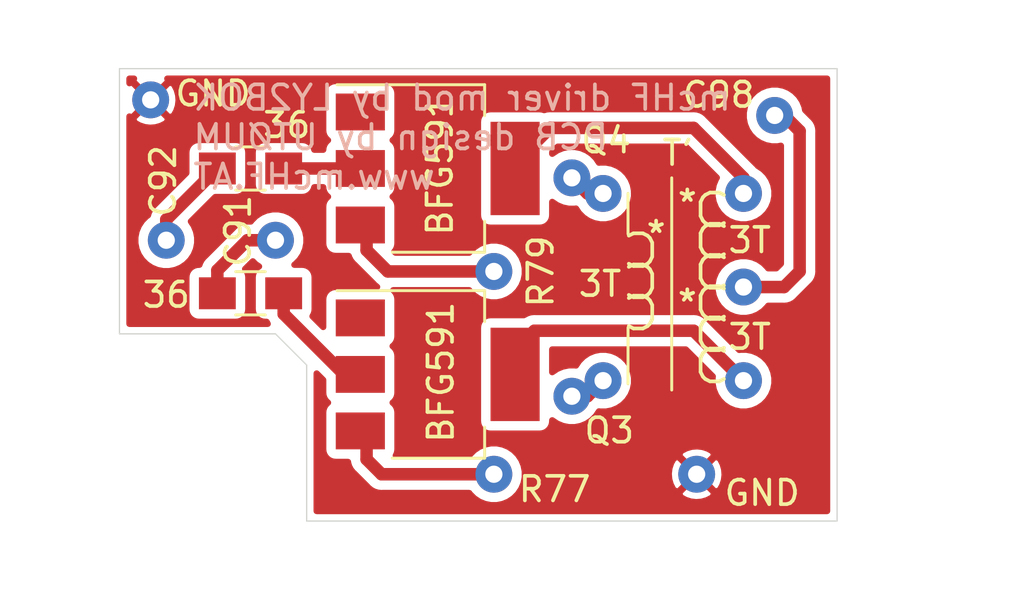
<source format=kicad_pcb>
(kicad_pcb (version 20171130) (host pcbnew "(5.1.5)-3")

  (general
    (thickness 1.6)
    (drawings 25)
    (tracks 33)
    (zones 0)
    (modules 18)
    (nets 13)
  )

  (page A4)
  (layers
    (0 F.Cu signal)
    (31 B.Cu signal)
    (32 B.Adhes user)
    (33 F.Adhes user)
    (34 B.Paste user)
    (35 F.Paste user)
    (36 B.SilkS user)
    (37 F.SilkS user)
    (38 B.Mask user)
    (39 F.Mask user)
    (40 Dwgs.User user)
    (41 Cmts.User user)
    (42 Eco1.User user)
    (43 Eco2.User user)
    (44 Edge.Cuts user)
    (45 Margin user)
    (46 B.CrtYd user)
    (47 F.CrtYd user)
    (48 B.Fab user)
    (49 F.Fab user)
  )

  (setup
    (last_trace_width 0.508)
    (user_trace_width 0.508)
    (trace_clearance 0.381)
    (zone_clearance 0.254)
    (zone_45_only no)
    (trace_min 0.2)
    (via_size 0.8)
    (via_drill 0.4)
    (via_min_size 0.4)
    (via_min_drill 0.3)
    (uvia_size 0.3)
    (uvia_drill 0.1)
    (uvias_allowed no)
    (uvia_min_size 0.2)
    (uvia_min_drill 0.1)
    (edge_width 0.05)
    (segment_width 0.2)
    (pcb_text_width 0.3)
    (pcb_text_size 1.5 1.5)
    (mod_edge_width 0.12)
    (mod_text_size 1 1)
    (mod_text_width 0.15)
    (pad_size 1.5 1.5)
    (pad_drill 0.7)
    (pad_to_mask_clearance 0.051)
    (solder_mask_min_width 0.25)
    (aux_axis_origin 0 0)
    (visible_elements FFFFFF7F)
    (pcbplotparams
      (layerselection 0x010fc_ffffffff)
      (usegerberextensions false)
      (usegerberattributes false)
      (usegerberadvancedattributes false)
      (creategerberjobfile false)
      (excludeedgelayer true)
      (linewidth 0.250000)
      (plotframeref false)
      (viasonmask false)
      (mode 1)
      (useauxorigin false)
      (hpglpennumber 1)
      (hpglpenspeed 20)
      (hpglpendiameter 15.000000)
      (psnegative false)
      (psa4output false)
      (plotreference true)
      (plotvalue true)
      (plotinvisibletext false)
      (padsonsilk false)
      (subtractmaskfromsilk false)
      (outputformat 1)
      (mirror false)
      (drillshape 1)
      (scaleselection 1)
      (outputdirectory ""))
  )

  (net 0 "")
  (net 1 "Net-(J1-Pad1)")
  (net 2 "Net-(J2-Pad1)")
  (net 3 "Net-(J3-Pad1)")
  (net 4 "Net-(J5-Pad1)")
  (net 5 "Net-(J6-Pad1)")
  (net 6 "Net-(J8-Pad1)")
  (net 7 "Net-(J9-Pad1)")
  (net 8 "Net-(J10-Pad1)")
  (net 9 "Net-(J12-Pad1)")
  (net 10 "Net-(Q1-Pad2)")
  (net 11 "Net-(Q2-Pad2)")
  (net 12 Earth)

  (net_class Default "This is the default net class."
    (clearance 0.381)
    (trace_width 0.508)
    (via_dia 0.8)
    (via_drill 0.4)
    (uvia_dia 0.3)
    (uvia_drill 0.1)
    (add_net Earth)
    (add_net "Net-(J1-Pad1)")
    (add_net "Net-(J10-Pad1)")
    (add_net "Net-(J12-Pad1)")
    (add_net "Net-(J2-Pad1)")
    (add_net "Net-(J3-Pad1)")
    (add_net "Net-(J5-Pad1)")
    (add_net "Net-(J6-Pad1)")
    (add_net "Net-(J8-Pad1)")
    (add_net "Net-(J9-Pad1)")
    (add_net "Net-(Q1-Pad2)")
    (add_net "Net-(Q2-Pad2)")
  )

  (module TO_SOT_Packages_SMD:SOT-223 (layer F.Cu) (tedit 5EA4D402) (tstamp 5EA51284)
    (at 139.954 114.046)
    (descr "module CMS SOT223 4 pins")
    (tags "CMS SOT")
    (path /5EA5382B)
    (attr smd)
    (fp_text reference BFG591 (at 0.127 -0.0889 90) (layer F.SilkS)
      (effects (font (size 1 1) (thickness 0.15)))
    )
    (fp_text value BFG591 (at 0 4.5) (layer F.Fab)
      (effects (font (size 1 1) (thickness 0.15)))
    )
    (fp_text user %R (at 0 0 90) (layer F.Fab)
      (effects (font (size 0.8 0.8) (thickness 0.12)))
    )
    (fp_line (start -1.85 -2.3) (end -0.8 -3.35) (layer F.Fab) (width 0.1))
    (fp_line (start 1.91 3.41) (end 1.91 2.15) (layer F.SilkS) (width 0.12))
    (fp_line (start 1.91 -3.41) (end 1.91 -2.15) (layer F.SilkS) (width 0.12))
    (fp_line (start 4.4 -3.6) (end -4.4 -3.6) (layer F.CrtYd) (width 0.05))
    (fp_line (start 4.4 3.6) (end 4.4 -3.6) (layer F.CrtYd) (width 0.05))
    (fp_line (start -4.4 3.6) (end 4.4 3.6) (layer F.CrtYd) (width 0.05))
    (fp_line (start -4.4 -3.6) (end -4.4 3.6) (layer F.CrtYd) (width 0.05))
    (fp_line (start -1.85 -2.3) (end -1.85 3.35) (layer F.Fab) (width 0.1))
    (fp_line (start -1.85 3.41) (end 1.91 3.41) (layer F.SilkS) (width 0.12))
    (fp_line (start -0.8 -3.35) (end 1.85 -3.35) (layer F.Fab) (width 0.1))
    (fp_line (start -4.1 -3.41) (end 1.91 -3.41) (layer F.SilkS) (width 0.12))
    (fp_line (start -1.85 3.35) (end 1.85 3.35) (layer F.Fab) (width 0.1))
    (fp_line (start 1.85 -3.35) (end 1.85 3.35) (layer F.Fab) (width 0.1))
    (pad 4 smd rect (at 3.15 0) (size 2 3.8) (layers F.Cu F.Paste F.Mask)
      (net 7 "Net-(J9-Pad1)"))
    (pad 2 smd rect (at -3.15 0) (size 2 1.5) (layers F.Cu F.Paste F.Mask)
      (net 11 "Net-(Q2-Pad2)"))
    (pad 3 smd rect (at -3.15 2.3) (size 2 1.5) (layers F.Cu F.Paste F.Mask)
      (net 9 "Net-(J12-Pad1)"))
    (pad 1 smd rect (at -3.15 -2.3) (size 2 1.5) (layers F.Cu F.Paste F.Mask))
    (model ${KISYS3DMOD}/TO_SOT_Packages_SMD.3dshapes/SOT-223.wrl
      (at (xyz 0 0 0))
      (scale (xyz 1 1 1))
      (rotate (xyz 0 0 0))
    )
  )

  (module TO_SOT_Packages_SMD:SOT-223 (layer F.Cu) (tedit 5EA4D3E9) (tstamp 5EA5126E)
    (at 139.954 105.664)
    (descr "module CMS SOT223 4 pins")
    (tags "CMS SOT")
    (path /5EA52C2B)
    (attr smd)
    (fp_text reference BFG591 (at 0.0889 -0.1397 90) (layer F.SilkS)
      (effects (font (size 1 1) (thickness 0.15)))
    )
    (fp_text value BFG591 (at 0 4.5) (layer F.Fab)
      (effects (font (size 1 1) (thickness 0.15)))
    )
    (fp_line (start 1.85 -3.35) (end 1.85 3.35) (layer F.Fab) (width 0.1))
    (fp_line (start -1.85 3.35) (end 1.85 3.35) (layer F.Fab) (width 0.1))
    (fp_line (start -4.1 -3.41) (end 1.91 -3.41) (layer F.SilkS) (width 0.12))
    (fp_line (start -0.8 -3.35) (end 1.85 -3.35) (layer F.Fab) (width 0.1))
    (fp_line (start -1.85 3.41) (end 1.91 3.41) (layer F.SilkS) (width 0.12))
    (fp_line (start -1.85 -2.3) (end -1.85 3.35) (layer F.Fab) (width 0.1))
    (fp_line (start -4.4 -3.6) (end -4.4 3.6) (layer F.CrtYd) (width 0.05))
    (fp_line (start -4.4 3.6) (end 4.4 3.6) (layer F.CrtYd) (width 0.05))
    (fp_line (start 4.4 3.6) (end 4.4 -3.6) (layer F.CrtYd) (width 0.05))
    (fp_line (start 4.4 -3.6) (end -4.4 -3.6) (layer F.CrtYd) (width 0.05))
    (fp_line (start 1.91 -3.41) (end 1.91 -2.15) (layer F.SilkS) (width 0.12))
    (fp_line (start 1.91 3.41) (end 1.91 2.15) (layer F.SilkS) (width 0.12))
    (fp_line (start -1.85 -2.3) (end -0.8 -3.35) (layer F.Fab) (width 0.1))
    (fp_text user %R (at 0 0 90) (layer F.Fab)
      (effects (font (size 0.8 0.8) (thickness 0.12)))
    )
    (pad 1 smd rect (at -3.15 -2.3) (size 2 1.5) (layers F.Cu F.Paste F.Mask))
    (pad 3 smd rect (at -3.15 2.3) (size 2 1.5) (layers F.Cu F.Paste F.Mask)
      (net 4 "Net-(J5-Pad1)"))
    (pad 2 smd rect (at -3.15 0) (size 2 1.5) (layers F.Cu F.Paste F.Mask)
      (net 10 "Net-(Q1-Pad2)"))
    (pad 4 smd rect (at 3.15 0) (size 2 3.8) (layers F.Cu F.Paste F.Mask)
      (net 2 "Net-(J2-Pad1)"))
    (model ${KISYS3DMOD}/TO_SOT_Packages_SMD.3dshapes/SOT-223.wrl
      (at (xyz 0 0 0))
      (scale (xyz 1 1 1))
      (rotate (xyz 0 0 0))
    )
  )

  (module Resistors_SMD:R_0805_HandSoldering (layer F.Cu) (tedit 5EA4D3B6) (tstamp 5EA51295)
    (at 132.334 105.664 180)
    (descr "Resistor SMD 0805, hand soldering")
    (tags "resistor 0805")
    (path /5EA546A8)
    (attr smd)
    (fp_text reference 36 (at -1.4732 1.7653 180) (layer F.SilkS)
      (effects (font (size 1 1) (thickness 0.15)))
    )
    (fp_text value R (at 0 1.75 180) (layer F.Fab)
      (effects (font (size 1 1) (thickness 0.15)))
    )
    (fp_line (start 2.35 0.9) (end -2.35 0.9) (layer F.CrtYd) (width 0.05))
    (fp_line (start 2.35 0.9) (end 2.35 -0.9) (layer F.CrtYd) (width 0.05))
    (fp_line (start -2.35 -0.9) (end -2.35 0.9) (layer F.CrtYd) (width 0.05))
    (fp_line (start -2.35 -0.9) (end 2.35 -0.9) (layer F.CrtYd) (width 0.05))
    (fp_line (start -0.6 -0.88) (end 0.6 -0.88) (layer F.SilkS) (width 0.12))
    (fp_line (start 0.6 0.88) (end -0.6 0.88) (layer F.SilkS) (width 0.12))
    (fp_line (start -1 -0.62) (end 1 -0.62) (layer F.Fab) (width 0.1))
    (fp_line (start 1 -0.62) (end 1 0.62) (layer F.Fab) (width 0.1))
    (fp_line (start 1 0.62) (end -1 0.62) (layer F.Fab) (width 0.1))
    (fp_line (start -1 0.62) (end -1 -0.62) (layer F.Fab) (width 0.1))
    (fp_text user %R (at 0 0 180) (layer F.Fab)
      (effects (font (size 0.5 0.5) (thickness 0.075)))
    )
    (pad 2 smd rect (at 1.35 0 180) (size 1.5 1.3) (layers F.Cu F.Paste F.Mask)
      (net 1 "Net-(J1-Pad1)"))
    (pad 1 smd rect (at -1.35 0 180) (size 1.5 1.3) (layers F.Cu F.Paste F.Mask)
      (net 10 "Net-(Q1-Pad2)"))
    (model ${KISYS3DMOD}/Resistors_SMD.3dshapes/R_0805.wrl
      (at (xyz 0 0 0))
      (scale (xyz 1 1 1))
      (rotate (xyz 0 0 0))
    )
  )

  (module Resistors_SMD:R_0805_HandSoldering (layer F.Cu) (tedit 5EA4D2F2) (tstamp 5EA512A6)
    (at 132.334 110.744 180)
    (descr "Resistor SMD 0805, hand soldering")
    (tags "resistor 0805")
    (path /5EA55308)
    (attr smd)
    (fp_text reference 36 (at 3.429 -0.0635 180) (layer F.SilkS)
      (effects (font (size 1 1) (thickness 0.15)))
    )
    (fp_text value R (at 0 1.75 180) (layer F.Fab)
      (effects (font (size 1 1) (thickness 0.15)))
    )
    (fp_text user %R (at 0 0 180) (layer F.Fab)
      (effects (font (size 0.5 0.5) (thickness 0.075)))
    )
    (fp_line (start -1 0.62) (end -1 -0.62) (layer F.Fab) (width 0.1))
    (fp_line (start 1 0.62) (end -1 0.62) (layer F.Fab) (width 0.1))
    (fp_line (start 1 -0.62) (end 1 0.62) (layer F.Fab) (width 0.1))
    (fp_line (start -1 -0.62) (end 1 -0.62) (layer F.Fab) (width 0.1))
    (fp_line (start 0.6 0.88) (end -0.6 0.88) (layer F.SilkS) (width 0.12))
    (fp_line (start -0.6 -0.88) (end 0.6 -0.88) (layer F.SilkS) (width 0.12))
    (fp_line (start -2.35 -0.9) (end 2.35 -0.9) (layer F.CrtYd) (width 0.05))
    (fp_line (start -2.35 -0.9) (end -2.35 0.9) (layer F.CrtYd) (width 0.05))
    (fp_line (start 2.35 0.9) (end 2.35 -0.9) (layer F.CrtYd) (width 0.05))
    (fp_line (start 2.35 0.9) (end -2.35 0.9) (layer F.CrtYd) (width 0.05))
    (pad 1 smd rect (at -1.35 0 180) (size 1.5 1.3) (layers F.Cu F.Paste F.Mask)
      (net 11 "Net-(Q2-Pad2)"))
    (pad 2 smd rect (at 1.35 0 180) (size 1.5 1.3) (layers F.Cu F.Paste F.Mask)
      (net 6 "Net-(J8-Pad1)"))
    (model ${KISYS3DMOD}/Resistors_SMD.3dshapes/R_0805.wrl
      (at (xyz 0 0 0))
      (scale (xyz 1 1 1))
      (rotate (xyz 0 0 0))
    )
  )

  (module 1111:SolderWirePad_single_0-8mmDrill (layer F.Cu) (tedit 5EA4DCC4) (tstamp 5EA62840)
    (at 128.905 108.585)
    (path /5EA55AAE)
    (fp_text reference C92 (at -0.127 -2.413 90) (layer F.SilkS)
      (effects (font (size 1 1) (thickness 0.15)))
    )
    (fp_text value Conn_01x01_Male (at 0 2.54) (layer F.Fab)
      (effects (font (size 1 1) (thickness 0.15)))
    )
    (pad 1 thru_hole circle (at 0 0) (size 1.5 1.5) (drill 0.7) (layers *.Cu *.Mask)
      (net 1 "Net-(J1-Pad1)"))
  )

  (module 1111:SolderWirePad_single_0-8mmDrill (layer F.Cu) (tedit 5EA4DA52) (tstamp 5EA62844)
    (at 152.4 106.68)
    (path /5EA59503)
    (fp_text reference * (at -2.286 0.381) (layer F.SilkS)
      (effects (font (size 1 1) (thickness 0.15)))
    )
    (fp_text value Conn_01x01_Male (at 0 2.54) (layer F.Fab)
      (effects (font (size 1 1) (thickness 0.15)))
    )
    (pad 1 thru_hole circle (at 0 0) (size 1.5 1.5) (drill 0.7) (layers *.Cu *.Mask)
      (net 2 "Net-(J2-Pad1)"))
  )

  (module 1111:SolderWirePad_single_0-8mmDrill (layer F.Cu) (tedit 5EA4DAA6) (tstamp 5EA62848)
    (at 152.4 110.49)
    (path /5EA58272)
    (fp_text reference * (at -3.556 -2.159) (layer F.SilkS)
      (effects (font (size 1 1) (thickness 0.15)))
    )
    (fp_text value Conn_01x01_Male (at 0 2.54) (layer F.Fab)
      (effects (font (size 1 1) (thickness 0.15)))
    )
    (pad 1 thru_hole circle (at 0 0) (size 1.5 1.5) (drill 0.7) (layers *.Cu *.Mask)
      (net 3 "Net-(J3-Pad1)"))
  )

  (module 1111:SolderWirePad_single_0-8mmDrill (layer F.Cu) (tedit 5EA4D9BC) (tstamp 5EA6284C)
    (at 153.67 103.505)
    (path /5EA587DB)
    (fp_text reference C98 (at -2.286 -0.8382) (layer F.SilkS)
      (effects (font (size 1 1) (thickness 0.15)))
    )
    (fp_text value Conn_01x01_Male (at 0.381 -3.175) (layer F.Fab)
      (effects (font (size 1 1) (thickness 0.15)))
    )
    (pad 1 thru_hole circle (at 0 0) (size 1.5 1.5) (drill 0.7) (layers *.Cu *.Mask)
      (net 3 "Net-(J3-Pad1)"))
  )

  (module 1111:SolderWirePad_single_0-8mmDrill (layer F.Cu) (tedit 5EA4DA69) (tstamp 5EA62850)
    (at 142.24 109.855)
    (path /5EA57C6D)
    (fp_text reference R79 (at 1.905 0 90) (layer F.SilkS)
      (effects (font (size 1 1) (thickness 0.15)))
    )
    (fp_text value Conn_01x01_Male (at 0 2.54) (layer F.Fab)
      (effects (font (size 1 1) (thickness 0.15)))
    )
    (pad 1 thru_hole circle (at 0 0) (size 1.5 1.5) (drill 0.7) (layers *.Cu *.Mask)
      (net 4 "Net-(J5-Pad1)"))
  )

  (module 1111:SolderWirePad_single_0-8mmDrill (layer F.Cu) (tedit 5EA4DC6F) (tstamp 5EA62854)
    (at 145.415 106.045)
    (path /5EA5A0AF)
    (fp_text reference Q4 (at 1.397 -1.524) (layer F.SilkS)
      (effects (font (size 1 1) (thickness 0.15)))
    )
    (fp_text value Conn_01x01_Male (at 1.27 2.032 270) (layer F.Fab)
      (effects (font (size 1 1) (thickness 0.15)))
    )
    (pad 1 thru_hole circle (at 0 0) (size 1.5 1.5) (drill 0.7) (layers *.Cu *.Mask)
      (net 5 "Net-(J6-Pad1)"))
  )

  (module 1111:SolderWirePad_single_0-8mmDrill (layer F.Cu) (tedit 5EA4CF71) (tstamp 5EA62858)
    (at 146.685 106.68)
    (path /5EA5A4DB)
    (fp_text reference J7 (at 0 -2.54) (layer F.SilkS) hide
      (effects (font (size 1 1) (thickness 0.15)))
    )
    (fp_text value Conn_01x01_Male (at 0 2.54) (layer F.Fab)
      (effects (font (size 1 1) (thickness 0.15)))
    )
    (pad 1 thru_hole circle (at 0 0) (size 1.5 1.5) (drill 0.7) (layers *.Cu *.Mask)
      (net 5 "Net-(J6-Pad1)"))
  )

  (module 1111:SolderWirePad_single_0-8mmDrill (layer F.Cu) (tedit 5EA4DCA5) (tstamp 5EA6285C)
    (at 133.35 108.585)
    (path /5EA56595)
    (fp_text reference C91 (at -1.524 -0.381 90) (layer F.SilkS)
      (effects (font (size 1 1) (thickness 0.15)))
    )
    (fp_text value Conn_01x01_Male (at 0 2.54) (layer F.Fab)
      (effects (font (size 1 1) (thickness 0.15)))
    )
    (pad 1 thru_hole circle (at 0 0) (size 1.5 1.5) (drill 0.7) (layers *.Cu *.Mask)
      (net 6 "Net-(J8-Pad1)"))
  )

  (module 1111:SolderWirePad_single_0-8mmDrill (layer F.Cu) (tedit 5EA4DA4E) (tstamp 5EA62860)
    (at 152.4 114.3)
    (path /5EA5995F)
    (fp_text reference * (at -2.286 -3.175) (layer F.SilkS)
      (effects (font (size 1 1) (thickness 0.15)))
    )
    (fp_text value Conn_01x01_Male (at 0 2.54) (layer F.Fab)
      (effects (font (size 1 1) (thickness 0.15)))
    )
    (pad 1 thru_hole circle (at 0 0) (size 1.5 1.5) (drill 0.7) (layers *.Cu *.Mask)
      (net 7 "Net-(J9-Pad1)"))
  )

  (module 1111:SolderWirePad_single_0-8mmDrill (layer F.Cu) (tedit 5EA4DC7A) (tstamp 5EA62864)
    (at 145.415 114.935)
    (path /5EA58ACA)
    (fp_text reference Q3 (at 1.524 1.397) (layer F.SilkS)
      (effects (font (size 1 1) (thickness 0.15)))
    )
    (fp_text value GND (at 0 2.54) (layer F.Fab)
      (effects (font (size 1 1) (thickness 0.15)))
    )
    (pad 1 thru_hole circle (at 0 0) (size 1.5 1.5) (drill 0.7) (layers *.Cu *.Mask)
      (net 8 "Net-(J10-Pad1)"))
  )

  (module 1111:SolderWirePad_single_0-8mmDrill (layer F.Cu) (tedit 5EA4CF71) (tstamp 5EA62868)
    (at 146.685 114.3)
    (path /5EA58D9E)
    (fp_text reference J11 (at 0 -2.54) (layer F.SilkS) hide
      (effects (font (size 1 1) (thickness 0.15)))
    )
    (fp_text value Conn_01x01_Male (at 0 2.54) (layer F.Fab)
      (effects (font (size 1 1) (thickness 0.15)))
    )
    (pad 1 thru_hole circle (at 0 0) (size 1.5 1.5) (drill 0.7) (layers *.Cu *.Mask)
      (net 8 "Net-(J10-Pad1)"))
  )

  (module 1111:SolderWirePad_single_0-8mmDrill (layer F.Cu) (tedit 5EA4D524) (tstamp 5EA6286C)
    (at 142.24 118.11)
    (path /5EA56CB7)
    (fp_text reference R77 (at 2.4765 0.6096) (layer F.SilkS)
      (effects (font (size 1 1) (thickness 0.15)))
    )
    (fp_text value Conn_01x01_Male (at 0 2.54) (layer F.Fab)
      (effects (font (size 1 1) (thickness 0.15)))
    )
    (pad 1 thru_hole circle (at 0 0) (size 1.5 1.5) (drill 0.7) (layers *.Cu *.Mask)
      (net 9 "Net-(J12-Pad1)"))
  )

  (module 1111:SolderWirePad_single_0-8mmDrill (layer F.Cu) (tedit 5EA4D289) (tstamp 5EA62870)
    (at 126.492 102.87)
    (path /5EA663CE)
    (fp_text reference GND (at 4.318 -0.254) (layer F.SilkS)
      (effects (font (size 1 1) (thickness 0.15)))
    )
    (fp_text value GND (at 0 2.54) (layer F.Fab)
      (effects (font (size 1 1) (thickness 0.15)))
    )
    (pad 1 thru_hole circle (at 1.778 0) (size 1.5 1.5) (drill 0.7) (layers *.Cu *.Mask)
      (net 12 Earth))
  )

  (module 1111:SolderWirePad_single_0-8mmDrill (layer F.Cu) (tedit 5EA4D2BF) (tstamp 5EA62874)
    (at 152.654 118.11)
    (path /5EA667A9)
    (fp_text reference GND (at 0.508 0.762) (layer F.SilkS)
      (effects (font (size 1 1) (thickness 0.15)))
    )
    (fp_text value Conn_01x01_Male (at 0 2.54) (layer F.Fab)
      (effects (font (size 1 1) (thickness 0.15)))
    )
    (pad 1 thru_hole circle (at -2.159 0) (size 1.5 1.5) (drill 0.7) (layers *.Cu *.Mask)
      (net 12 Earth))
  )

  (gr_text "mcHF driver mod by LY2BOK\nPCB design by UTØUM\nwww.mcHF.AT" (at 129.921 104.394) (layer B.SilkS)
    (effects (font (size 1 1) (thickness 0.15)) (justify right mirror))
  )
  (gr_text T' (at 149.733 105.029) (layer F.SilkS)
    (effects (font (size 1 1) (thickness 0.15)))
  )
  (gr_line (start 149.479 106.045) (end 149.479 114.681) (angle 90) (layer F.SilkS) (width 0.12))
  (gr_line (start 147.701 112.141) (end 147.701 114.427) (angle 90) (layer F.SilkS) (width 0.12))
  (gr_line (start 147.701 106.934) (end 147.701 106.68) (angle 90) (layer F.SilkS) (width 0.12))
  (gr_line (start 147.701 108.331) (end 147.701 106.934) (angle 90) (layer F.SilkS) (width 0.12))
  (gr_text c (at 148.209 111.76 180) (layer F.SilkS) (tstamp 5EA639FC)
    (effects (font (size 2 2) (thickness 0.15)))
  )
  (gr_text c (at 148.209 109.22 180) (layer F.SilkS) (tstamp 5EA639FA)
    (effects (font (size 2 2) (thickness 0.15)))
  )
  (gr_text c (at 148.209 110.49 180) (layer F.SilkS) (tstamp 5EA639F8)
    (effects (font (size 2 2) (thickness 0.15)))
  )
  (gr_text c (at 151.13 113.411) (layer F.SilkS) (tstamp 5EA639DF)
    (effects (font (size 2 2) (thickness 0.15)))
  )
  (gr_text c (at 151.13 112.141) (layer F.SilkS) (tstamp 5EA639DD)
    (effects (font (size 2 2) (thickness 0.15)))
  )
  (gr_text c (at 151.13 110.871) (layer F.SilkS) (tstamp 5EA639DB)
    (effects (font (size 2 2) (thickness 0.15)))
  )
  (gr_text c (at 151.13 109.601) (layer F.SilkS) (tstamp 5EA638CE)
    (effects (font (size 2 2) (thickness 0.15)))
  )
  (gr_text c (at 151.13 107.061) (layer F.SilkS) (tstamp 5EA6392E)
    (effects (font (size 2 2) (thickness 0.15)))
  )
  (gr_text c (at 151.13 108.331) (layer F.SilkS)
    (effects (font (size 2 2) (thickness 0.15)))
  )
  (gr_text 3T (at 152.654 112.522) (layer F.SilkS) (tstamp 5EA63816)
    (effects (font (size 1 1) (thickness 0.15)))
  )
  (gr_text 3T (at 152.654 108.585) (layer F.SilkS) (tstamp 5EA63814)
    (effects (font (size 1 1) (thickness 0.15)))
  )
  (gr_text 3T (at 146.558 110.363) (layer F.SilkS)
    (effects (font (size 1 1) (thickness 0.15)))
  )
  (gr_line (start 134.62 113.665) (end 133.35 112.395) (angle 90) (layer Edge.Cuts) (width 0.05))
  (gr_line (start 134.62 120.015) (end 134.62 113.665) (angle 90) (layer Edge.Cuts) (width 0.05))
  (gr_line (start 156.21 120.015) (end 134.62 120.015) (angle 90) (layer Edge.Cuts) (width 0.05))
  (gr_line (start 127 112.395) (end 133.35 112.395) (angle 90) (layer Edge.Cuts) (width 0.05))
  (gr_line (start 127 101.6) (end 127 112.395) (angle 90) (layer Edge.Cuts) (width 0.05))
  (gr_line (start 156.21 101.6) (end 156.21 120.015) (angle 90) (layer Edge.Cuts) (width 0.05))
  (gr_line (start 127 101.6) (end 156.21 101.6) (angle 90) (layer Edge.Cuts) (width 0.05))

  (segment (start 128.905 108.585) (end 128.905 107.743) (width 0.508) (layer F.Cu) (net 1) (status 400000))
  (segment (start 128.905 107.743) (end 130.984 105.664) (width 0.508) (layer F.Cu) (net 1) (tstamp 5EA6263B) (status 800000))
  (segment (start 152.4 106.68) (end 152.4 106.045) (width 0.508) (layer F.Cu) (net 2) (status C00000))
  (segment (start 143.358 105.181) (end 143.358 105.664) (width 0.508) (layer F.Cu) (net 2) (tstamp 5EA6266D) (status C00000))
  (segment (start 144.526 104.013) (end 143.358 105.181) (width 0.508) (layer F.Cu) (net 2) (tstamp 5EA6266C) (status 800000))
  (segment (start 150.368 104.013) (end 144.526 104.013) (width 0.508) (layer F.Cu) (net 2) (tstamp 5EA6266A))
  (segment (start 152.4 106.045) (end 150.368 104.013) (width 0.508) (layer F.Cu) (net 2) (tstamp 5EA62669) (status 400000))
  (segment (start 152.4 110.49) (end 154.051 110.49) (width 0.508) (layer F.Cu) (net 3) (status 400000))
  (segment (start 154.051 103.505) (end 153.67 103.505) (width 0.508) (layer F.Cu) (net 3) (tstamp 5EA62673) (status C00000))
  (segment (start 154.686 104.14) (end 154.051 103.505) (width 0.508) (layer F.Cu) (net 3) (tstamp 5EA62672) (status 800000))
  (segment (start 154.686 109.855) (end 154.686 104.14) (width 0.508) (layer F.Cu) (net 3) (tstamp 5EA62671))
  (segment (start 154.051 110.49) (end 154.686 109.855) (width 0.508) (layer F.Cu) (net 3) (tstamp 5EA62670))
  (segment (start 142.24 109.855) (end 137.922 109.855) (width 0.508) (layer F.Cu) (net 4) (status 400000))
  (segment (start 137.058 108.991) (end 137.058 107.964) (width 0.508) (layer F.Cu) (net 4) (tstamp 5EA62649) (status 800000))
  (segment (start 137.922 109.855) (end 137.058 108.991) (width 0.508) (layer F.Cu) (net 4) (tstamp 5EA62648))
  (segment (start 146.685 106.68) (end 146.05 106.68) (width 0.508) (layer F.Cu) (net 5) (status C00000))
  (segment (start 146.05 106.68) (end 145.415 106.045) (width 0.508) (layer F.Cu) (net 5) (tstamp 5EA6267D) (status C00000))
  (segment (start 130.984 110.744) (end 130.984 109.808) (width 0.508) (layer F.Cu) (net 6) (status 400000))
  (segment (start 132.207 108.585) (end 133.35 108.585) (width 0.508) (layer F.Cu) (net 6) (tstamp 5EA62641) (status 800000))
  (segment (start 130.984 109.808) (end 132.207 108.585) (width 0.508) (layer F.Cu) (net 6) (tstamp 5EA62640))
  (segment (start 152.4 114.3) (end 150.368 112.268) (width 0.508) (layer F.Cu) (net 7) (status 400000))
  (segment (start 143.358 112.801) (end 143.358 114.046) (width 0.508) (layer F.Cu) (net 7) (tstamp 5EA62652) (status C00000))
  (segment (start 143.891 112.268) (end 143.358 112.801) (width 0.508) (layer F.Cu) (net 7) (tstamp 5EA62651) (status C00000))
  (segment (start 150.368 112.268) (end 143.891 112.268) (width 0.508) (layer F.Cu) (net 7) (tstamp 5EA62650) (status 800000))
  (segment (start 145.415 114.935) (end 146.05 114.935) (width 0.508) (layer F.Cu) (net 8) (status C00000))
  (segment (start 146.05 114.935) (end 146.685 114.3) (width 0.508) (layer F.Cu) (net 8) (tstamp 5EA62655) (status C00000))
  (segment (start 142.24 118.11) (end 137.668 118.11) (width 0.508) (layer F.Cu) (net 9) (status 400000))
  (segment (start 137.058 117.5) (end 137.058 116.346) (width 0.508) (layer F.Cu) (net 9) (tstamp 5EA6264D) (status 800000))
  (segment (start 137.668 118.11) (end 137.058 117.5) (width 0.508) (layer F.Cu) (net 9) (tstamp 5EA6264C))
  (segment (start 133.684 105.664) (end 137.058 105.664) (width 0.508) (layer F.Cu) (net 10) (status C00000))
  (segment (start 136.804 114.046) (end 136.144 114.046) (width 0.508) (layer F.Cu) (net 11) (status C00000))
  (segment (start 133.684 111.586) (end 133.684 110.744) (width 0.508) (layer F.Cu) (net 11) (tstamp 5EA6330B) (status 800000))
  (segment (start 136.144 114.046) (end 133.684 111.586) (width 0.508) (layer F.Cu) (net 11) (tstamp 5EA6330A) (status 400000))

  (zone (net 12) (net_name Earth) (layer F.Cu) (tstamp 5EA62EAE) (hatch edge 0.508)
    (connect_pads (clearance 0.254))
    (min_thickness 0.254)
    (fill yes (arc_segments 32) (thermal_gap 0.254) (thermal_bridge_width 0.3))
    (polygon
      (pts
        (xy 156.21 101.6) (xy 126.746 101.346) (xy 125.222 105.664) (xy 124.968 113.03) (xy 132.08 114.046)
        (xy 133.858 118.618) (xy 133.35 122.682) (xy 155.956 123.19) (xy 160.274 120.904) (xy 163.83 102.108)
        (xy 160.782 98.806) (xy 156.21 101.346)
      )
    )
    (filled_polygon
      (pts
        (xy 127.550188 102.117661) (xy 128.27 102.837473) (xy 128.989812 102.117661) (xy 128.946145 102.006) (xy 155.804 102.006)
        (xy 155.804001 119.609) (xy 135.026 119.609) (xy 135.026 114.005631) (xy 135.293543 114.273174) (xy 135.293543 114.796)
        (xy 135.303351 114.895585) (xy 135.332399 114.991343) (xy 135.379571 115.079595) (xy 135.443052 115.156948) (xy 135.490638 115.196)
        (xy 135.443052 115.235052) (xy 135.379571 115.312405) (xy 135.332399 115.400657) (xy 135.303351 115.496415) (xy 135.293543 115.596)
        (xy 135.293543 117.096) (xy 135.303351 117.195585) (xy 135.332399 117.291343) (xy 135.379571 117.379595) (xy 135.443052 117.456948)
        (xy 135.520405 117.520429) (xy 135.608657 117.567601) (xy 135.704415 117.596649) (xy 135.804 117.606457) (xy 136.302799 117.606457)
        (xy 136.307026 117.649377) (xy 136.350598 117.793014) (xy 136.350599 117.793015) (xy 136.421355 117.925392) (xy 136.450267 117.960621)
        (xy 136.516578 118.041422) (xy 136.545653 118.065283) (xy 137.10272 118.622351) (xy 137.126578 118.651422) (xy 137.242608 118.746645)
        (xy 137.374985 118.817402) (xy 137.518622 118.860974) (xy 137.630574 118.872) (xy 137.630576 118.872) (xy 137.667999 118.875686)
        (xy 137.705422 118.872) (xy 141.236169 118.872) (xy 141.262848 118.911928) (xy 141.438072 119.087152) (xy 141.644114 119.224825)
        (xy 141.873055 119.319656) (xy 142.116098 119.368) (xy 142.363902 119.368) (xy 142.606945 119.319656) (xy 142.835886 119.224825)
        (xy 143.041928 119.087152) (xy 143.217152 118.911928) (xy 143.250286 118.862339) (xy 149.775188 118.862339) (xy 149.845743 119.042756)
        (xy 150.04019 119.151497) (xy 150.252114 119.220214) (xy 150.473373 119.246266) (xy 150.695463 119.228653) (xy 150.90985 119.16805)
        (xy 151.108294 119.066786) (xy 151.144257 119.042756) (xy 151.214812 118.862339) (xy 150.495 118.142527) (xy 149.775188 118.862339)
        (xy 143.250286 118.862339) (xy 143.354825 118.705886) (xy 143.449656 118.476945) (xy 143.498 118.233902) (xy 143.498 118.088373)
        (xy 149.358734 118.088373) (xy 149.376347 118.310463) (xy 149.43695 118.52485) (xy 149.538214 118.723294) (xy 149.562244 118.759257)
        (xy 149.742661 118.829812) (xy 150.462473 118.11) (xy 150.527527 118.11) (xy 151.247339 118.829812) (xy 151.427756 118.759257)
        (xy 151.536497 118.56481) (xy 151.605214 118.352886) (xy 151.631266 118.131627) (xy 151.613653 117.909537) (xy 151.55305 117.69515)
        (xy 151.451786 117.496706) (xy 151.427756 117.460743) (xy 151.247339 117.390188) (xy 150.527527 118.11) (xy 150.462473 118.11)
        (xy 149.742661 117.390188) (xy 149.562244 117.460743) (xy 149.453503 117.65519) (xy 149.384786 117.867114) (xy 149.358734 118.088373)
        (xy 143.498 118.088373) (xy 143.498 117.986098) (xy 143.449656 117.743055) (xy 143.354825 117.514114) (xy 143.250287 117.357661)
        (xy 149.775188 117.357661) (xy 150.495 118.077473) (xy 151.214812 117.357661) (xy 151.144257 117.177244) (xy 150.94981 117.068503)
        (xy 150.737886 116.999786) (xy 150.516627 116.973734) (xy 150.294537 116.991347) (xy 150.08015 117.05195) (xy 149.881706 117.153214)
        (xy 149.845743 117.177244) (xy 149.775188 117.357661) (xy 143.250287 117.357661) (xy 143.217152 117.308072) (xy 143.041928 117.132848)
        (xy 142.835886 116.995175) (xy 142.606945 116.900344) (xy 142.363902 116.852) (xy 142.116098 116.852) (xy 141.873055 116.900344)
        (xy 141.644114 116.995175) (xy 141.438072 117.132848) (xy 141.262848 117.308072) (xy 141.236169 117.348) (xy 138.245317 117.348)
        (xy 138.275601 117.291343) (xy 138.304649 117.195585) (xy 138.314457 117.096) (xy 138.314457 115.596) (xy 138.304649 115.496415)
        (xy 138.275601 115.400657) (xy 138.228429 115.312405) (xy 138.164948 115.235052) (xy 138.117362 115.196) (xy 138.164948 115.156948)
        (xy 138.228429 115.079595) (xy 138.275601 114.991343) (xy 138.304649 114.895585) (xy 138.314457 114.796) (xy 138.314457 113.296)
        (xy 138.304649 113.196415) (xy 138.275601 113.100657) (xy 138.228429 113.012405) (xy 138.164948 112.935052) (xy 138.117362 112.896)
        (xy 138.164948 112.856948) (xy 138.228429 112.779595) (xy 138.275601 112.691343) (xy 138.304649 112.595585) (xy 138.314457 112.496)
        (xy 138.314457 112.146) (xy 141.593543 112.146) (xy 141.593543 115.946) (xy 141.603351 116.045585) (xy 141.632399 116.141343)
        (xy 141.679571 116.229595) (xy 141.743052 116.306948) (xy 141.820405 116.370429) (xy 141.908657 116.417601) (xy 142.004415 116.446649)
        (xy 142.104 116.456457) (xy 144.104 116.456457) (xy 144.203585 116.446649) (xy 144.299343 116.417601) (xy 144.387595 116.370429)
        (xy 144.464948 116.306948) (xy 144.528429 116.229595) (xy 144.575601 116.141343) (xy 144.604649 116.045585) (xy 144.614457 115.946)
        (xy 144.614457 115.913077) (xy 144.819114 116.049825) (xy 145.048055 116.144656) (xy 145.291098 116.193) (xy 145.538902 116.193)
        (xy 145.781945 116.144656) (xy 146.010886 116.049825) (xy 146.216928 115.912152) (xy 146.392152 115.736928) (xy 146.517502 115.549328)
        (xy 146.561098 115.558) (xy 146.808902 115.558) (xy 147.051945 115.509656) (xy 147.280886 115.414825) (xy 147.486928 115.277152)
        (xy 147.662152 115.101928) (xy 147.799825 114.895886) (xy 147.894656 114.666945) (xy 147.943 114.423902) (xy 147.943 114.176098)
        (xy 147.894656 113.933055) (xy 147.799825 113.704114) (xy 147.662152 113.498072) (xy 147.486928 113.322848) (xy 147.280886 113.185175)
        (xy 147.051945 113.090344) (xy 146.808902 113.042) (xy 146.561098 113.042) (xy 146.318055 113.090344) (xy 146.089114 113.185175)
        (xy 145.883072 113.322848) (xy 145.707848 113.498072) (xy 145.582498 113.685672) (xy 145.538902 113.677) (xy 145.291098 113.677)
        (xy 145.048055 113.725344) (xy 144.819114 113.820175) (xy 144.614457 113.956923) (xy 144.614457 113.03) (xy 150.05237 113.03)
        (xy 151.151368 114.128999) (xy 151.142 114.176098) (xy 151.142 114.423902) (xy 151.190344 114.666945) (xy 151.285175 114.895886)
        (xy 151.422848 115.101928) (xy 151.598072 115.277152) (xy 151.804114 115.414825) (xy 152.033055 115.509656) (xy 152.276098 115.558)
        (xy 152.523902 115.558) (xy 152.766945 115.509656) (xy 152.995886 115.414825) (xy 153.201928 115.277152) (xy 153.377152 115.101928)
        (xy 153.514825 114.895886) (xy 153.609656 114.666945) (xy 153.658 114.423902) (xy 153.658 114.176098) (xy 153.609656 113.933055)
        (xy 153.514825 113.704114) (xy 153.377152 113.498072) (xy 153.201928 113.322848) (xy 152.995886 113.185175) (xy 152.766945 113.090344)
        (xy 152.523902 113.042) (xy 152.276098 113.042) (xy 152.228999 113.051368) (xy 150.933284 111.755654) (xy 150.909422 111.726578)
        (xy 150.793392 111.631355) (xy 150.661015 111.560598) (xy 150.517378 111.517026) (xy 150.405426 111.506) (xy 150.405423 111.506)
        (xy 150.368 111.502314) (xy 150.330577 111.506) (xy 143.928423 111.506) (xy 143.891 111.502314) (xy 143.853577 111.506)
        (xy 143.853574 111.506) (xy 143.741622 111.517026) (xy 143.597985 111.560598) (xy 143.550461 111.586) (xy 143.465607 111.631355)
        (xy 143.460504 111.635543) (xy 142.104 111.635543) (xy 142.004415 111.645351) (xy 141.908657 111.674399) (xy 141.820405 111.721571)
        (xy 141.743052 111.785052) (xy 141.679571 111.862405) (xy 141.632399 111.950657) (xy 141.603351 112.046415) (xy 141.593543 112.146)
        (xy 138.314457 112.146) (xy 138.314457 110.996) (xy 138.304649 110.896415) (xy 138.275601 110.800657) (xy 138.228429 110.712405)
        (xy 138.164948 110.635052) (xy 138.142951 110.617) (xy 141.236169 110.617) (xy 141.262848 110.656928) (xy 141.438072 110.832152)
        (xy 141.644114 110.969825) (xy 141.873055 111.064656) (xy 142.116098 111.113) (xy 142.363902 111.113) (xy 142.606945 111.064656)
        (xy 142.835886 110.969825) (xy 143.041928 110.832152) (xy 143.217152 110.656928) (xy 143.354825 110.450886) (xy 143.389945 110.366098)
        (xy 151.142 110.366098) (xy 151.142 110.613902) (xy 151.190344 110.856945) (xy 151.285175 111.085886) (xy 151.422848 111.291928)
        (xy 151.598072 111.467152) (xy 151.804114 111.604825) (xy 152.033055 111.699656) (xy 152.276098 111.748) (xy 152.523902 111.748)
        (xy 152.766945 111.699656) (xy 152.995886 111.604825) (xy 153.201928 111.467152) (xy 153.377152 111.291928) (xy 153.403831 111.252)
        (xy 154.013577 111.252) (xy 154.051 111.255686) (xy 154.088423 111.252) (xy 154.088426 111.252) (xy 154.200378 111.240974)
        (xy 154.344015 111.197402) (xy 154.476392 111.126645) (xy 154.592422 111.031422) (xy 154.616284 111.002346) (xy 155.198347 110.420283)
        (xy 155.227422 110.396422) (xy 155.291282 110.318608) (xy 155.322645 110.280393) (xy 155.393401 110.148016) (xy 155.393402 110.148015)
        (xy 155.436974 110.004378) (xy 155.448 109.892426) (xy 155.448 109.892423) (xy 155.451686 109.855) (xy 155.448 109.817577)
        (xy 155.448 104.177423) (xy 155.451686 104.14) (xy 155.448 104.102574) (xy 155.436974 103.990622) (xy 155.393402 103.846985)
        (xy 155.349046 103.764) (xy 155.322645 103.714607) (xy 155.281453 103.664415) (xy 155.227422 103.598578) (xy 155.198346 103.574716)
        (xy 154.908948 103.285318) (xy 154.879656 103.138055) (xy 154.784825 102.909114) (xy 154.647152 102.703072) (xy 154.471928 102.527848)
        (xy 154.265886 102.390175) (xy 154.036945 102.295344) (xy 153.793902 102.247) (xy 153.546098 102.247) (xy 153.303055 102.295344)
        (xy 153.074114 102.390175) (xy 152.868072 102.527848) (xy 152.692848 102.703072) (xy 152.555175 102.909114) (xy 152.460344 103.138055)
        (xy 152.412 103.381098) (xy 152.412 103.628902) (xy 152.460344 103.871945) (xy 152.555175 104.100886) (xy 152.692848 104.306928)
        (xy 152.868072 104.482152) (xy 153.074114 104.619825) (xy 153.303055 104.714656) (xy 153.546098 104.763) (xy 153.793902 104.763)
        (xy 153.924001 104.737122) (xy 153.924 109.53937) (xy 153.73537 109.728) (xy 153.403831 109.728) (xy 153.377152 109.688072)
        (xy 153.201928 109.512848) (xy 152.995886 109.375175) (xy 152.766945 109.280344) (xy 152.523902 109.232) (xy 152.276098 109.232)
        (xy 152.033055 109.280344) (xy 151.804114 109.375175) (xy 151.598072 109.512848) (xy 151.422848 109.688072) (xy 151.285175 109.894114)
        (xy 151.190344 110.123055) (xy 151.142 110.366098) (xy 143.389945 110.366098) (xy 143.449656 110.221945) (xy 143.498 109.978902)
        (xy 143.498 109.731098) (xy 143.449656 109.488055) (xy 143.354825 109.259114) (xy 143.217152 109.053072) (xy 143.041928 108.877848)
        (xy 142.835886 108.740175) (xy 142.606945 108.645344) (xy 142.363902 108.597) (xy 142.116098 108.597) (xy 141.873055 108.645344)
        (xy 141.644114 108.740175) (xy 141.438072 108.877848) (xy 141.262848 109.053072) (xy 141.236169 109.093) (xy 138.23763 109.093)
        (xy 138.189573 109.044943) (xy 138.228429 108.997595) (xy 138.275601 108.909343) (xy 138.304649 108.813585) (xy 138.314457 108.714)
        (xy 138.314457 107.214) (xy 138.304649 107.114415) (xy 138.275601 107.018657) (xy 138.228429 106.930405) (xy 138.164948 106.853052)
        (xy 138.117362 106.814) (xy 138.164948 106.774948) (xy 138.228429 106.697595) (xy 138.275601 106.609343) (xy 138.304649 106.513585)
        (xy 138.314457 106.414) (xy 138.314457 104.914) (xy 138.304649 104.814415) (xy 138.275601 104.718657) (xy 138.228429 104.630405)
        (xy 138.164948 104.553052) (xy 138.117362 104.514) (xy 138.164948 104.474948) (xy 138.228429 104.397595) (xy 138.275601 104.309343)
        (xy 138.304649 104.213585) (xy 138.314457 104.114) (xy 138.314457 103.764) (xy 141.593543 103.764) (xy 141.593543 107.564)
        (xy 141.603351 107.663585) (xy 141.632399 107.759343) (xy 141.679571 107.847595) (xy 141.743052 107.924948) (xy 141.820405 107.988429)
        (xy 141.908657 108.035601) (xy 142.004415 108.064649) (xy 142.104 108.074457) (xy 144.104 108.074457) (xy 144.203585 108.064649)
        (xy 144.299343 108.035601) (xy 144.387595 107.988429) (xy 144.464948 107.924948) (xy 144.528429 107.847595) (xy 144.575601 107.759343)
        (xy 144.604649 107.663585) (xy 144.614457 107.564) (xy 144.614457 107.023077) (xy 144.819114 107.159825) (xy 145.048055 107.254656)
        (xy 145.291098 107.303) (xy 145.538902 107.303) (xy 145.582498 107.294328) (xy 145.707848 107.481928) (xy 145.883072 107.657152)
        (xy 146.089114 107.794825) (xy 146.318055 107.889656) (xy 146.561098 107.938) (xy 146.808902 107.938) (xy 147.051945 107.889656)
        (xy 147.280886 107.794825) (xy 147.486928 107.657152) (xy 147.662152 107.481928) (xy 147.799825 107.275886) (xy 147.894656 107.046945)
        (xy 147.943 106.803902) (xy 147.943 106.556098) (xy 147.894656 106.313055) (xy 147.799825 106.084114) (xy 147.662152 105.878072)
        (xy 147.486928 105.702848) (xy 147.280886 105.565175) (xy 147.051945 105.470344) (xy 146.808902 105.422) (xy 146.561098 105.422)
        (xy 146.517502 105.430672) (xy 146.392152 105.243072) (xy 146.216928 105.067848) (xy 146.010886 104.930175) (xy 145.781945 104.835344)
        (xy 145.538902 104.787) (xy 145.291098 104.787) (xy 145.048055 104.835344) (xy 144.819114 104.930175) (xy 144.614457 105.066923)
        (xy 144.614457 105.002174) (xy 144.841631 104.775) (xy 150.05237 104.775) (xy 151.31574 106.038371) (xy 151.285175 106.084114)
        (xy 151.190344 106.313055) (xy 151.142 106.556098) (xy 151.142 106.803902) (xy 151.190344 107.046945) (xy 151.285175 107.275886)
        (xy 151.422848 107.481928) (xy 151.598072 107.657152) (xy 151.804114 107.794825) (xy 152.033055 107.889656) (xy 152.276098 107.938)
        (xy 152.523902 107.938) (xy 152.766945 107.889656) (xy 152.995886 107.794825) (xy 153.201928 107.657152) (xy 153.377152 107.481928)
        (xy 153.514825 107.275886) (xy 153.609656 107.046945) (xy 153.658 106.803902) (xy 153.658 106.556098) (xy 153.609656 106.313055)
        (xy 153.514825 106.084114) (xy 153.377152 105.878072) (xy 153.201928 105.702848) (xy 152.995886 105.565175) (xy 152.989958 105.56272)
        (xy 152.965279 105.532648) (xy 152.941422 105.503578) (xy 152.912352 105.479721) (xy 150.933284 103.500654) (xy 150.909422 103.471578)
        (xy 150.793392 103.376355) (xy 150.661015 103.305598) (xy 150.517378 103.262026) (xy 150.405426 103.251) (xy 150.405423 103.251)
        (xy 150.368 103.247314) (xy 150.330577 103.251) (xy 144.563422 103.251) (xy 144.525999 103.247314) (xy 144.488576 103.251)
        (xy 144.488574 103.251) (xy 144.376622 103.262026) (xy 144.28792 103.288934) (xy 144.203585 103.263351) (xy 144.104 103.253543)
        (xy 142.104 103.253543) (xy 142.004415 103.263351) (xy 141.908657 103.292399) (xy 141.820405 103.339571) (xy 141.743052 103.403052)
        (xy 141.679571 103.480405) (xy 141.632399 103.568657) (xy 141.603351 103.664415) (xy 141.593543 103.764) (xy 138.314457 103.764)
        (xy 138.314457 102.614) (xy 138.304649 102.514415) (xy 138.275601 102.418657) (xy 138.228429 102.330405) (xy 138.164948 102.253052)
        (xy 138.087595 102.189571) (xy 137.999343 102.142399) (xy 137.903585 102.113351) (xy 137.804 102.103543) (xy 135.804 102.103543)
        (xy 135.704415 102.113351) (xy 135.608657 102.142399) (xy 135.520405 102.189571) (xy 135.443052 102.253052) (xy 135.379571 102.330405)
        (xy 135.332399 102.418657) (xy 135.303351 102.514415) (xy 135.293543 102.614) (xy 135.293543 104.114) (xy 135.303351 104.213585)
        (xy 135.332399 104.309343) (xy 135.379571 104.397595) (xy 135.443052 104.474948) (xy 135.490638 104.514) (xy 135.443052 104.553052)
        (xy 135.379571 104.630405) (xy 135.332399 104.718657) (xy 135.303351 104.814415) (xy 135.294725 104.902) (xy 134.930883 104.902)
        (xy 134.905601 104.818657) (xy 134.858429 104.730405) (xy 134.794948 104.653052) (xy 134.717595 104.589571) (xy 134.629343 104.542399)
        (xy 134.533585 104.513351) (xy 134.434 104.503543) (xy 132.934 104.503543) (xy 132.834415 104.513351) (xy 132.738657 104.542399)
        (xy 132.650405 104.589571) (xy 132.573052 104.653052) (xy 132.509571 104.730405) (xy 132.462399 104.818657) (xy 132.433351 104.914415)
        (xy 132.423543 105.014) (xy 132.423543 106.314) (xy 132.433351 106.413585) (xy 132.462399 106.509343) (xy 132.509571 106.597595)
        (xy 132.573052 106.674948) (xy 132.650405 106.738429) (xy 132.738657 106.785601) (xy 132.834415 106.814649) (xy 132.934 106.824457)
        (xy 134.434 106.824457) (xy 134.533585 106.814649) (xy 134.629343 106.785601) (xy 134.717595 106.738429) (xy 134.794948 106.674948)
        (xy 134.858429 106.597595) (xy 134.905601 106.509343) (xy 134.930883 106.426) (xy 135.294725 106.426) (xy 135.303351 106.513585)
        (xy 135.332399 106.609343) (xy 135.379571 106.697595) (xy 135.443052 106.774948) (xy 135.490638 106.814) (xy 135.443052 106.853052)
        (xy 135.379571 106.930405) (xy 135.332399 107.018657) (xy 135.303351 107.114415) (xy 135.293543 107.214) (xy 135.293543 108.714)
        (xy 135.303351 108.813585) (xy 135.332399 108.909343) (xy 135.379571 108.997595) (xy 135.443052 109.074948) (xy 135.520405 109.138429)
        (xy 135.608657 109.185601) (xy 135.704415 109.214649) (xy 135.804 109.224457) (xy 136.332532 109.224457) (xy 136.350598 109.284014)
        (xy 136.378371 109.335974) (xy 136.421355 109.416392) (xy 136.460983 109.464678) (xy 136.516578 109.532422) (xy 136.545654 109.556284)
        (xy 137.356716 110.367346) (xy 137.380578 110.396422) (xy 137.454219 110.456857) (xy 137.489172 110.485543) (xy 135.804 110.485543)
        (xy 135.704415 110.495351) (xy 135.608657 110.524399) (xy 135.520405 110.571571) (xy 135.443052 110.635052) (xy 135.379571 110.712405)
        (xy 135.332399 110.800657) (xy 135.303351 110.896415) (xy 135.293543 110.996) (xy 135.293543 112.117913) (xy 134.856083 111.680453)
        (xy 134.858429 111.677595) (xy 134.905601 111.589343) (xy 134.934649 111.493585) (xy 134.944457 111.394) (xy 134.944457 110.094)
        (xy 134.934649 109.994415) (xy 134.905601 109.898657) (xy 134.858429 109.810405) (xy 134.794948 109.733052) (xy 134.717595 109.669571)
        (xy 134.629343 109.622399) (xy 134.533585 109.593351) (xy 134.434 109.583543) (xy 134.119914 109.583543) (xy 134.151928 109.562152)
        (xy 134.327152 109.386928) (xy 134.464825 109.180886) (xy 134.559656 108.951945) (xy 134.608 108.708902) (xy 134.608 108.461098)
        (xy 134.559656 108.218055) (xy 134.464825 107.989114) (xy 134.327152 107.783072) (xy 134.151928 107.607848) (xy 133.945886 107.470175)
        (xy 133.716945 107.375344) (xy 133.473902 107.327) (xy 133.226098 107.327) (xy 132.983055 107.375344) (xy 132.754114 107.470175)
        (xy 132.548072 107.607848) (xy 132.372848 107.783072) (xy 132.346169 107.823) (xy 132.244422 107.823) (xy 132.206999 107.819314)
        (xy 132.169576 107.823) (xy 132.169574 107.823) (xy 132.057622 107.834026) (xy 131.913985 107.877598) (xy 131.781608 107.948355)
        (xy 131.665578 108.043578) (xy 131.641721 108.072648) (xy 130.471649 109.242721) (xy 130.442579 109.266578) (xy 130.418722 109.295648)
        (xy 130.418721 109.295649) (xy 130.347355 109.382608) (xy 130.276599 109.514985) (xy 130.255802 109.583543) (xy 130.234 109.583543)
        (xy 130.134415 109.593351) (xy 130.038657 109.622399) (xy 129.950405 109.669571) (xy 129.873052 109.733052) (xy 129.809571 109.810405)
        (xy 129.762399 109.898657) (xy 129.733351 109.994415) (xy 129.723543 110.094) (xy 129.723543 111.394) (xy 129.733351 111.493585)
        (xy 129.762399 111.589343) (xy 129.809571 111.677595) (xy 129.873052 111.754948) (xy 129.950405 111.818429) (xy 130.038657 111.865601)
        (xy 130.134415 111.894649) (xy 130.234 111.904457) (xy 131.734 111.904457) (xy 131.833585 111.894649) (xy 131.929343 111.865601)
        (xy 132.017595 111.818429) (xy 132.094948 111.754948) (xy 132.158429 111.677595) (xy 132.205601 111.589343) (xy 132.234649 111.493585)
        (xy 132.244457 111.394) (xy 132.244457 110.094) (xy 132.234649 109.994415) (xy 132.205601 109.898657) (xy 132.158429 109.810405)
        (xy 132.113713 109.755918) (xy 132.427775 109.441855) (xy 132.548072 109.562152) (xy 132.682867 109.652219) (xy 132.650405 109.669571)
        (xy 132.573052 109.733052) (xy 132.509571 109.810405) (xy 132.462399 109.898657) (xy 132.433351 109.994415) (xy 132.423543 110.094)
        (xy 132.423543 111.394) (xy 132.433351 111.493585) (xy 132.462399 111.589343) (xy 132.509571 111.677595) (xy 132.573052 111.754948)
        (xy 132.650405 111.818429) (xy 132.738657 111.865601) (xy 132.834415 111.894649) (xy 132.934 111.904457) (xy 132.990198 111.904457)
        (xy 133.035386 111.989) (xy 127.406 111.989) (xy 127.406 108.461098) (xy 127.647 108.461098) (xy 127.647 108.708902)
        (xy 127.695344 108.951945) (xy 127.790175 109.180886) (xy 127.927848 109.386928) (xy 128.103072 109.562152) (xy 128.309114 109.699825)
        (xy 128.538055 109.794656) (xy 128.781098 109.843) (xy 129.028902 109.843) (xy 129.271945 109.794656) (xy 129.500886 109.699825)
        (xy 129.706928 109.562152) (xy 129.882152 109.386928) (xy 130.019825 109.180886) (xy 130.114656 108.951945) (xy 130.163 108.708902)
        (xy 130.163 108.461098) (xy 130.114656 108.218055) (xy 130.019825 107.989114) (xy 129.906347 107.819283) (xy 130.901174 106.824457)
        (xy 131.734 106.824457) (xy 131.833585 106.814649) (xy 131.929343 106.785601) (xy 132.017595 106.738429) (xy 132.094948 106.674948)
        (xy 132.158429 106.597595) (xy 132.205601 106.509343) (xy 132.234649 106.413585) (xy 132.244457 106.314) (xy 132.244457 105.014)
        (xy 132.234649 104.914415) (xy 132.205601 104.818657) (xy 132.158429 104.730405) (xy 132.094948 104.653052) (xy 132.017595 104.589571)
        (xy 131.929343 104.542399) (xy 131.833585 104.513351) (xy 131.734 104.503543) (xy 130.234 104.503543) (xy 130.134415 104.513351)
        (xy 130.038657 104.542399) (xy 129.950405 104.589571) (xy 129.873052 104.653052) (xy 129.809571 104.730405) (xy 129.762399 104.818657)
        (xy 129.733351 104.914415) (xy 129.723543 105.014) (xy 129.723543 105.846826) (xy 128.392649 107.177721) (xy 128.363579 107.201578)
        (xy 128.339722 107.230648) (xy 128.339721 107.230649) (xy 128.268355 107.317608) (xy 128.201867 107.442) (xy 128.197599 107.449985)
        (xy 128.161568 107.568762) (xy 128.103072 107.607848) (xy 127.927848 107.783072) (xy 127.790175 107.989114) (xy 127.695344 108.218055)
        (xy 127.647 108.461098) (xy 127.406 108.461098) (xy 127.406 103.622339) (xy 127.550188 103.622339) (xy 127.620743 103.802756)
        (xy 127.81519 103.911497) (xy 128.027114 103.980214) (xy 128.248373 104.006266) (xy 128.470463 103.988653) (xy 128.68485 103.92805)
        (xy 128.883294 103.826786) (xy 128.919257 103.802756) (xy 128.989812 103.622339) (xy 128.27 102.902527) (xy 127.550188 103.622339)
        (xy 127.406 103.622339) (xy 127.406 103.546145) (xy 127.517661 103.589812) (xy 128.237473 102.87) (xy 128.302527 102.87)
        (xy 129.022339 103.589812) (xy 129.202756 103.519257) (xy 129.311497 103.32481) (xy 129.380214 103.112886) (xy 129.406266 102.891627)
        (xy 129.388653 102.669537) (xy 129.32805 102.45515) (xy 129.226786 102.256706) (xy 129.202756 102.220743) (xy 129.022339 102.150188)
        (xy 128.302527 102.87) (xy 128.237473 102.87) (xy 127.517661 102.150188) (xy 127.406 102.193855) (xy 127.406 102.006)
        (xy 127.593855 102.006)
      )
    )
  )
)

</source>
